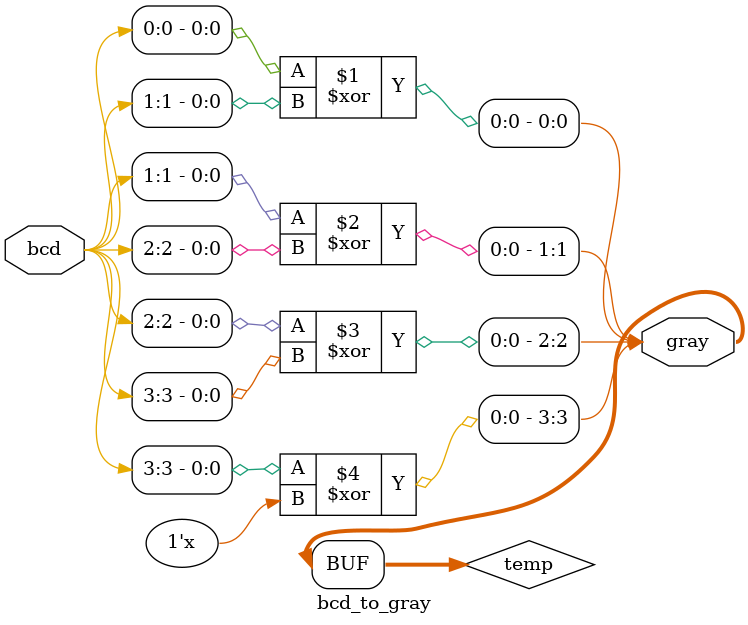
<source format=v>
module bcd_to_gray #(
  parameter BCD_WIDTH = 4,
  parameter GRAY_WIDTH = 4
) (
  input [BCD_WIDTH-1:0] bcd,
  output [GRAY_WIDTH-1:0] gray
);
  wire [GRAY_WIDTH-1:0] temp;
  generate
    genvar i;
    for (i = 0; i < BCD_WIDTH; i++) begin : loop
      assign temp[i] = bcd[i] ^ bcd[i+1];
    end
  endgenerate
  assign gray = temp;
endmodule
</source>
